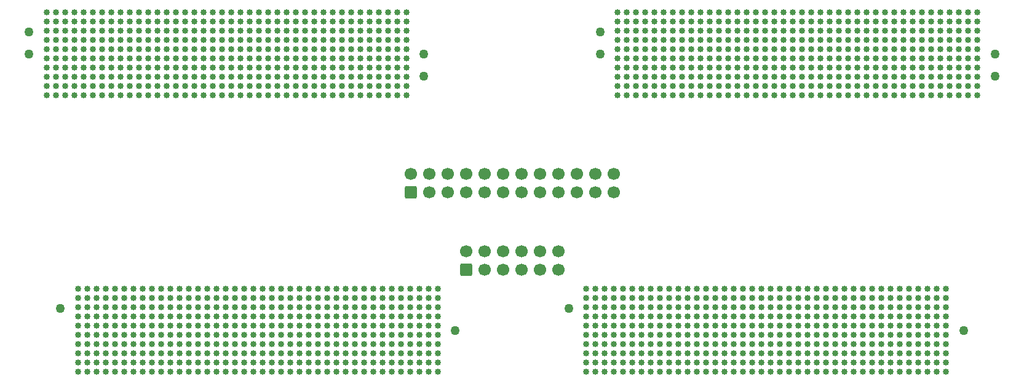
<source format=gbs>
G04 #@! TF.GenerationSoftware,KiCad,Pcbnew,7.0.10*
G04 #@! TF.CreationDate,2024-12-17T00:01:21-07:00*
G04 #@! TF.ProjectId,DRXDaughterboard,44525844-6175-4676-9874-6572626f6172,1.1*
G04 #@! TF.SameCoordinates,Original*
G04 #@! TF.FileFunction,Soldermask,Bot*
G04 #@! TF.FilePolarity,Negative*
%FSLAX46Y46*%
G04 Gerber Fmt 4.6, Leading zero omitted, Abs format (unit mm)*
G04 Created by KiCad (PCBNEW 7.0.10) date 2024-12-17 00:01:21*
%MOMM*%
%LPD*%
G01*
G04 APERTURE LIST*
G04 Aperture macros list*
%AMRoundRect*
0 Rectangle with rounded corners*
0 $1 Rounding radius*
0 $2 $3 $4 $5 $6 $7 $8 $9 X,Y pos of 4 corners*
0 Add a 4 corners polygon primitive as box body*
4,1,4,$2,$3,$4,$5,$6,$7,$8,$9,$2,$3,0*
0 Add four circle primitives for the rounded corners*
1,1,$1+$1,$2,$3*
1,1,$1+$1,$4,$5*
1,1,$1+$1,$6,$7*
1,1,$1+$1,$8,$9*
0 Add four rect primitives between the rounded corners*
20,1,$1+$1,$2,$3,$4,$5,0*
20,1,$1+$1,$4,$5,$6,$7,0*
20,1,$1+$1,$6,$7,$8,$9,0*
20,1,$1+$1,$8,$9,$2,$3,0*%
G04 Aperture macros list end*
%ADD10RoundRect,0.250000X0.600000X-0.600000X0.600000X0.600000X-0.600000X0.600000X-0.600000X-0.600000X0*%
%ADD11C,1.700000*%
%ADD12C,1.270000*%
%ADD13C,0.844000*%
G04 APERTURE END LIST*
D10*
X128294001Y-98117273D03*
D11*
X128294001Y-95577273D03*
X130834001Y-98117273D03*
X130834001Y-95577273D03*
X133374001Y-98117273D03*
X133374001Y-95577273D03*
X135914001Y-98117273D03*
X135914001Y-95577273D03*
X138454001Y-98117273D03*
X138454001Y-95577273D03*
X140994001Y-98117273D03*
X140994001Y-95577273D03*
X143534001Y-98117273D03*
X143534001Y-95577273D03*
X146074001Y-98117273D03*
X146074001Y-95577273D03*
X148614001Y-98117273D03*
X148614001Y-95577273D03*
X151154001Y-98117273D03*
X151154001Y-95577273D03*
X153694001Y-98117273D03*
X153694001Y-95577273D03*
X156234001Y-98117273D03*
X156234001Y-95577273D03*
D12*
X208710001Y-82126773D03*
X154329001Y-79076773D03*
D10*
X135914001Y-108794773D03*
D11*
X135914001Y-106254773D03*
X138454001Y-108794773D03*
X138454001Y-106254773D03*
X140994001Y-108794773D03*
X140994001Y-106254773D03*
X143534001Y-108794773D03*
X143534001Y-106254773D03*
X146074001Y-108794773D03*
X146074001Y-106254773D03*
X148614001Y-108794773D03*
X148614001Y-106254773D03*
D12*
X130094001Y-82126773D03*
X75713001Y-79076773D03*
X80020001Y-114126773D03*
X134402001Y-117176773D03*
D13*
X131976001Y-122891773D03*
X130706001Y-122891773D03*
X129436001Y-122891773D03*
X128166001Y-122891773D03*
X126896001Y-122891773D03*
X125626001Y-122891773D03*
X124356001Y-122891773D03*
X123086001Y-122891773D03*
X121816001Y-122891773D03*
X120546001Y-122891773D03*
X119276001Y-122891773D03*
X118006001Y-122891773D03*
X116736001Y-122891773D03*
X115466001Y-122891773D03*
X114196001Y-122891773D03*
X112926001Y-122891773D03*
X111656001Y-122891773D03*
X110386001Y-122891773D03*
X109116001Y-122891773D03*
X107846001Y-122891773D03*
X106576001Y-122891773D03*
X105306001Y-122891773D03*
X104036001Y-122891773D03*
X102766001Y-122891773D03*
X101496001Y-122891773D03*
X100226001Y-122891773D03*
X98956001Y-122891773D03*
X97686001Y-122891773D03*
X96416001Y-122891773D03*
X95146001Y-122891773D03*
X93876001Y-122891773D03*
X92606001Y-122891773D03*
X91336001Y-122891773D03*
X90066001Y-122891773D03*
X88796001Y-122891773D03*
X87526001Y-122891773D03*
X86256001Y-122891773D03*
X84986001Y-122891773D03*
X83716001Y-122891773D03*
X82446001Y-122891773D03*
X131976001Y-121621773D03*
X130706001Y-121621773D03*
X129436001Y-121621773D03*
X128166001Y-121621773D03*
X126896001Y-121621773D03*
X125626001Y-121621773D03*
X124356001Y-121621773D03*
X123086001Y-121621773D03*
X121816001Y-121621773D03*
X120546001Y-121621773D03*
X119276001Y-121621773D03*
X118006001Y-121621773D03*
X116736001Y-121621773D03*
X115466001Y-121621773D03*
X114196001Y-121621773D03*
X112926001Y-121621773D03*
X111656001Y-121621773D03*
X110386001Y-121621773D03*
X109116001Y-121621773D03*
X107846001Y-121621773D03*
X106576001Y-121621773D03*
X105306001Y-121621773D03*
X104036001Y-121621773D03*
X102766001Y-121621773D03*
X101496001Y-121621773D03*
X100226001Y-121621773D03*
X98956001Y-121621773D03*
X97686001Y-121621773D03*
X96416001Y-121621773D03*
X95146001Y-121621773D03*
X93876001Y-121621773D03*
X92606001Y-121621773D03*
X91336001Y-121621773D03*
X90066001Y-121621773D03*
X88796001Y-121621773D03*
X87526001Y-121621773D03*
X86256001Y-121621773D03*
X84986001Y-121621773D03*
X83716001Y-121621773D03*
X82446001Y-121621773D03*
X131976001Y-120351773D03*
X130706001Y-120351773D03*
X129436001Y-120351773D03*
X128166001Y-120351773D03*
X126896001Y-120351773D03*
X125626001Y-120351773D03*
X124356001Y-120351773D03*
X123086001Y-120351773D03*
X121816001Y-120351773D03*
X120546001Y-120351773D03*
X119276001Y-120351773D03*
X118006001Y-120351773D03*
X116736001Y-120351773D03*
X115466001Y-120351773D03*
X114196001Y-120351773D03*
X112926001Y-120351773D03*
X111656001Y-120351773D03*
X110386001Y-120351773D03*
X109116001Y-120351773D03*
X107846001Y-120351773D03*
X106576001Y-120351773D03*
X105306001Y-120351773D03*
X104036001Y-120351773D03*
X102766001Y-120351773D03*
X101496001Y-120351773D03*
X100226001Y-120351773D03*
X98956001Y-120351773D03*
X97686001Y-120351773D03*
X96416001Y-120351773D03*
X95146001Y-120351773D03*
X93876001Y-120351773D03*
X92606001Y-120351773D03*
X91336001Y-120351773D03*
X90066001Y-120351773D03*
X88796001Y-120351773D03*
X87526001Y-120351773D03*
X86256001Y-120351773D03*
X84986001Y-120351773D03*
X83716001Y-120351773D03*
X82446001Y-120351773D03*
X131976001Y-119081773D03*
X130706001Y-119081773D03*
X129436001Y-119081773D03*
X128166001Y-119081773D03*
X126896001Y-119081773D03*
X125626001Y-119081773D03*
X124356001Y-119081773D03*
X123086001Y-119081773D03*
X121816001Y-119081773D03*
X120546001Y-119081773D03*
X119276001Y-119081773D03*
X118006001Y-119081773D03*
X116736001Y-119081773D03*
X115466001Y-119081773D03*
X114196001Y-119081773D03*
X112926001Y-119081773D03*
X111656001Y-119081773D03*
X110386001Y-119081773D03*
X109116001Y-119081773D03*
X107846001Y-119081773D03*
X106576001Y-119081773D03*
X105306001Y-119081773D03*
X104036001Y-119081773D03*
X102766001Y-119081773D03*
X101496001Y-119081773D03*
X100226001Y-119081773D03*
X98956001Y-119081773D03*
X97686001Y-119081773D03*
X96416001Y-119081773D03*
X95146001Y-119081773D03*
X93876001Y-119081773D03*
X92606001Y-119081773D03*
X91336001Y-119081773D03*
X90066001Y-119081773D03*
X88796001Y-119081773D03*
X87526001Y-119081773D03*
X86256001Y-119081773D03*
X84986001Y-119081773D03*
X83716001Y-119081773D03*
X82446001Y-119081773D03*
X131976001Y-117811773D03*
X130706001Y-117811773D03*
X129436001Y-117811773D03*
X128166001Y-117811773D03*
X126896001Y-117811773D03*
X125626001Y-117811773D03*
X124356001Y-117811773D03*
X123086001Y-117811773D03*
X121816001Y-117811773D03*
X120546001Y-117811773D03*
X119276001Y-117811773D03*
X118006001Y-117811773D03*
X116736001Y-117811773D03*
X115466001Y-117811773D03*
X114196001Y-117811773D03*
X112926001Y-117811773D03*
X111656001Y-117811773D03*
X110386001Y-117811773D03*
X109116001Y-117811773D03*
X107846001Y-117811773D03*
X106576001Y-117811773D03*
X105306001Y-117811773D03*
X104036001Y-117811773D03*
X102766001Y-117811773D03*
X101496001Y-117811773D03*
X100226001Y-117811773D03*
X98956001Y-117811773D03*
X97686001Y-117811773D03*
X96416001Y-117811773D03*
X95146001Y-117811773D03*
X93876001Y-117811773D03*
X92606001Y-117811773D03*
X91336001Y-117811773D03*
X90066001Y-117811773D03*
X88796001Y-117811773D03*
X87526001Y-117811773D03*
X86256001Y-117811773D03*
X84986001Y-117811773D03*
X83716001Y-117811773D03*
X82446001Y-117811773D03*
X131976001Y-116541773D03*
X130706001Y-116541773D03*
X129436001Y-116541773D03*
X128166001Y-116541773D03*
X126896001Y-116541773D03*
X125626001Y-116541773D03*
X124356001Y-116541773D03*
X123086001Y-116541773D03*
X121816001Y-116541773D03*
X120546001Y-116541773D03*
X119276001Y-116541773D03*
X118006001Y-116541773D03*
X116736001Y-116541773D03*
X115466001Y-116541773D03*
X114196001Y-116541773D03*
X112926001Y-116541773D03*
X111656001Y-116541773D03*
X110386001Y-116541773D03*
X109116001Y-116541773D03*
X107846001Y-116541773D03*
X106576001Y-116541773D03*
X105306001Y-116541773D03*
X104036001Y-116541773D03*
X102766001Y-116541773D03*
X101496001Y-116541773D03*
X100226001Y-116541773D03*
X98956001Y-116541773D03*
X97686001Y-116541773D03*
X96416001Y-116541773D03*
X95146001Y-116541773D03*
X93876001Y-116541773D03*
X92606001Y-116541773D03*
X91336001Y-116541773D03*
X90066001Y-116541773D03*
X88796001Y-116541773D03*
X87526001Y-116541773D03*
X86256001Y-116541773D03*
X84986001Y-116541773D03*
X83716001Y-116541773D03*
X82446001Y-116541773D03*
X131976001Y-115271773D03*
X130706001Y-115271773D03*
X129436001Y-115271773D03*
X128166001Y-115271773D03*
X126896001Y-115271773D03*
X125626001Y-115271773D03*
X124356001Y-115271773D03*
X123086001Y-115271773D03*
X121816001Y-115271773D03*
X120546001Y-115271773D03*
X119276001Y-115271773D03*
X118006001Y-115271773D03*
X116736001Y-115271773D03*
X115466001Y-115271773D03*
X114196001Y-115271773D03*
X112926001Y-115271773D03*
X111656001Y-115271773D03*
X110386001Y-115271773D03*
X109116001Y-115271773D03*
X107846001Y-115271773D03*
X106576001Y-115271773D03*
X105306001Y-115271773D03*
X104036001Y-115271773D03*
X102766001Y-115271773D03*
X101496001Y-115271773D03*
X100226001Y-115271773D03*
X98956001Y-115271773D03*
X97686001Y-115271773D03*
X96416001Y-115271773D03*
X95146001Y-115271773D03*
X93876001Y-115271773D03*
X92606001Y-115271773D03*
X91336001Y-115271773D03*
X90066001Y-115271773D03*
X88796001Y-115271773D03*
X87526001Y-115271773D03*
X86256001Y-115271773D03*
X84986001Y-115271773D03*
X83716001Y-115271773D03*
X82446001Y-115271773D03*
X131976001Y-114001773D03*
X130706001Y-114001773D03*
X129436001Y-114001773D03*
X128166001Y-114001773D03*
X126896001Y-114001773D03*
X125626001Y-114001773D03*
X124356001Y-114001773D03*
X123086001Y-114001773D03*
X121816001Y-114001773D03*
X120546001Y-114001773D03*
X119276001Y-114001773D03*
X118006001Y-114001773D03*
X116736001Y-114001773D03*
X115466001Y-114001773D03*
X114196001Y-114001773D03*
X112926001Y-114001773D03*
X111656001Y-114001773D03*
X110386001Y-114001773D03*
X109116001Y-114001773D03*
X107846001Y-114001773D03*
X106576001Y-114001773D03*
X105306001Y-114001773D03*
X104036001Y-114001773D03*
X102766001Y-114001773D03*
X101496001Y-114001773D03*
X100226001Y-114001773D03*
X98956001Y-114001773D03*
X97686001Y-114001773D03*
X96416001Y-114001773D03*
X95146001Y-114001773D03*
X93876001Y-114001773D03*
X92606001Y-114001773D03*
X91336001Y-114001773D03*
X90066001Y-114001773D03*
X88796001Y-114001773D03*
X87526001Y-114001773D03*
X86256001Y-114001773D03*
X84986001Y-114001773D03*
X83716001Y-114001773D03*
X82446001Y-114001773D03*
X131976001Y-112731773D03*
X130706001Y-112731773D03*
X129436001Y-112731773D03*
X128166001Y-112731773D03*
X126896001Y-112731773D03*
X125626001Y-112731773D03*
X124356001Y-112731773D03*
X123086001Y-112731773D03*
X121816001Y-112731773D03*
X120546001Y-112731773D03*
X119276001Y-112731773D03*
X118006001Y-112731773D03*
X116736001Y-112731773D03*
X115466001Y-112731773D03*
X114196001Y-112731773D03*
X112926001Y-112731773D03*
X111656001Y-112731773D03*
X110386001Y-112731773D03*
X109116001Y-112731773D03*
X107846001Y-112731773D03*
X106576001Y-112731773D03*
X105306001Y-112731773D03*
X104036001Y-112731773D03*
X102766001Y-112731773D03*
X101496001Y-112731773D03*
X100226001Y-112731773D03*
X98956001Y-112731773D03*
X97686001Y-112731773D03*
X96416001Y-112731773D03*
X95146001Y-112731773D03*
X93876001Y-112731773D03*
X92606001Y-112731773D03*
X91336001Y-112731773D03*
X90066001Y-112731773D03*
X88796001Y-112731773D03*
X87526001Y-112731773D03*
X86256001Y-112731773D03*
X84986001Y-112731773D03*
X83716001Y-112731773D03*
X82446001Y-112731773D03*
X131976001Y-111461773D03*
X130706001Y-111461773D03*
X129436001Y-111461773D03*
X128166001Y-111461773D03*
X126896001Y-111461773D03*
X125626001Y-111461773D03*
X124356001Y-111461773D03*
X123086001Y-111461773D03*
X121816001Y-111461773D03*
X120546001Y-111461773D03*
X119276001Y-111461773D03*
X118006001Y-111461773D03*
X116736001Y-111461773D03*
X115466001Y-111461773D03*
X114196001Y-111461773D03*
X112926001Y-111461773D03*
X111656001Y-111461773D03*
X110386001Y-111461773D03*
X109116001Y-111461773D03*
X107846001Y-111461773D03*
X106576001Y-111461773D03*
X105306001Y-111461773D03*
X104036001Y-111461773D03*
X102766001Y-111461773D03*
X101496001Y-111461773D03*
X100226001Y-111461773D03*
X98956001Y-111461773D03*
X97686001Y-111461773D03*
X96416001Y-111461773D03*
X95146001Y-111461773D03*
X93876001Y-111461773D03*
X92606001Y-111461773D03*
X91336001Y-111461773D03*
X90066001Y-111461773D03*
X88796001Y-111461773D03*
X87526001Y-111461773D03*
X86256001Y-111461773D03*
X84986001Y-111461773D03*
X83716001Y-111461773D03*
X82446001Y-111461773D03*
D12*
X150022001Y-114126773D03*
X204404001Y-117176773D03*
D13*
X201978001Y-122891773D03*
X200708001Y-122891773D03*
X199438001Y-122891773D03*
X198168001Y-122891773D03*
X196898001Y-122891773D03*
X195628001Y-122891773D03*
X194358001Y-122891773D03*
X193088001Y-122891773D03*
X191818001Y-122891773D03*
X190548001Y-122891773D03*
X189278001Y-122891773D03*
X188008001Y-122891773D03*
X186738001Y-122891773D03*
X185468001Y-122891773D03*
X184198001Y-122891773D03*
X182928001Y-122891773D03*
X181658001Y-122891773D03*
X180388001Y-122891773D03*
X179118001Y-122891773D03*
X177848001Y-122891773D03*
X176578001Y-122891773D03*
X175308001Y-122891773D03*
X174038001Y-122891773D03*
X172768001Y-122891773D03*
X171498001Y-122891773D03*
X170228001Y-122891773D03*
X168958001Y-122891773D03*
X167688001Y-122891773D03*
X166418001Y-122891773D03*
X165148001Y-122891773D03*
X163878001Y-122891773D03*
X162608001Y-122891773D03*
X161338001Y-122891773D03*
X160068001Y-122891773D03*
X158798001Y-122891773D03*
X157528001Y-122891773D03*
X156258001Y-122891773D03*
X154988001Y-122891773D03*
X153718001Y-122891773D03*
X152448001Y-122891773D03*
X201978001Y-121621773D03*
X200708001Y-121621773D03*
X199438001Y-121621773D03*
X198168001Y-121621773D03*
X196898001Y-121621773D03*
X195628001Y-121621773D03*
X194358001Y-121621773D03*
X193088001Y-121621773D03*
X191818001Y-121621773D03*
X190548001Y-121621773D03*
X189278001Y-121621773D03*
X188008001Y-121621773D03*
X186738001Y-121621773D03*
X185468001Y-121621773D03*
X184198001Y-121621773D03*
X182928001Y-121621773D03*
X181658001Y-121621773D03*
X180388001Y-121621773D03*
X179118001Y-121621773D03*
X177848001Y-121621773D03*
X176578001Y-121621773D03*
X175308001Y-121621773D03*
X174038001Y-121621773D03*
X172768001Y-121621773D03*
X171498001Y-121621773D03*
X170228001Y-121621773D03*
X168958001Y-121621773D03*
X167688001Y-121621773D03*
X166418001Y-121621773D03*
X165148001Y-121621773D03*
X163878001Y-121621773D03*
X162608001Y-121621773D03*
X161338001Y-121621773D03*
X160068001Y-121621773D03*
X158798001Y-121621773D03*
X157528001Y-121621773D03*
X156258001Y-121621773D03*
X154988001Y-121621773D03*
X153718001Y-121621773D03*
X152448001Y-121621773D03*
X201978001Y-120351773D03*
X200708001Y-120351773D03*
X199438001Y-120351773D03*
X198168001Y-120351773D03*
X196898001Y-120351773D03*
X195628001Y-120351773D03*
X194358001Y-120351773D03*
X193088001Y-120351773D03*
X191818001Y-120351773D03*
X190548001Y-120351773D03*
X189278001Y-120351773D03*
X188008001Y-120351773D03*
X186738001Y-120351773D03*
X185468001Y-120351773D03*
X184198001Y-120351773D03*
X182928001Y-120351773D03*
X181658001Y-120351773D03*
X180388001Y-120351773D03*
X179118001Y-120351773D03*
X177848001Y-120351773D03*
X176578001Y-120351773D03*
X175308001Y-120351773D03*
X174038001Y-120351773D03*
X172768001Y-120351773D03*
X171498001Y-120351773D03*
X170228001Y-120351773D03*
X168958001Y-120351773D03*
X167688001Y-120351773D03*
X166418001Y-120351773D03*
X165148001Y-120351773D03*
X163878001Y-120351773D03*
X162608001Y-120351773D03*
X161338001Y-120351773D03*
X160068001Y-120351773D03*
X158798001Y-120351773D03*
X157528001Y-120351773D03*
X156258001Y-120351773D03*
X154988001Y-120351773D03*
X153718001Y-120351773D03*
X152448001Y-120351773D03*
X201978001Y-119081773D03*
X200708001Y-119081773D03*
X199438001Y-119081773D03*
X198168001Y-119081773D03*
X196898001Y-119081773D03*
X195628001Y-119081773D03*
X194358001Y-119081773D03*
X193088001Y-119081773D03*
X191818001Y-119081773D03*
X190548001Y-119081773D03*
X189278001Y-119081773D03*
X188008001Y-119081773D03*
X186738001Y-119081773D03*
X185468001Y-119081773D03*
X184198001Y-119081773D03*
X182928001Y-119081773D03*
X181658001Y-119081773D03*
X180388001Y-119081773D03*
X179118001Y-119081773D03*
X177848001Y-119081773D03*
X176578001Y-119081773D03*
X175308001Y-119081773D03*
X174038001Y-119081773D03*
X172768001Y-119081773D03*
X171498001Y-119081773D03*
X170228001Y-119081773D03*
X168958001Y-119081773D03*
X167688001Y-119081773D03*
X166418001Y-119081773D03*
X165148001Y-119081773D03*
X163878001Y-119081773D03*
X162608001Y-119081773D03*
X161338001Y-119081773D03*
X160068001Y-119081773D03*
X158798001Y-119081773D03*
X157528001Y-119081773D03*
X156258001Y-119081773D03*
X154988001Y-119081773D03*
X153718001Y-119081773D03*
X152448001Y-119081773D03*
X201978001Y-117811773D03*
X200708001Y-117811773D03*
X199438001Y-117811773D03*
X198168001Y-117811773D03*
X196898001Y-117811773D03*
X195628001Y-117811773D03*
X194358001Y-117811773D03*
X193088001Y-117811773D03*
X191818001Y-117811773D03*
X190548001Y-117811773D03*
X189278001Y-117811773D03*
X188008001Y-117811773D03*
X186738001Y-117811773D03*
X185468001Y-117811773D03*
X184198001Y-117811773D03*
X182928001Y-117811773D03*
X181658001Y-117811773D03*
X180388001Y-117811773D03*
X179118001Y-117811773D03*
X177848001Y-117811773D03*
X176578001Y-117811773D03*
X175308001Y-117811773D03*
X174038001Y-117811773D03*
X172768001Y-117811773D03*
X171498001Y-117811773D03*
X170228001Y-117811773D03*
X168958001Y-117811773D03*
X167688001Y-117811773D03*
X166418001Y-117811773D03*
X165148001Y-117811773D03*
X163878001Y-117811773D03*
X162608001Y-117811773D03*
X161338001Y-117811773D03*
X160068001Y-117811773D03*
X158798001Y-117811773D03*
X157528001Y-117811773D03*
X156258001Y-117811773D03*
X154988001Y-117811773D03*
X153718001Y-117811773D03*
X152448001Y-117811773D03*
X201978001Y-116541773D03*
X200708001Y-116541773D03*
X199438001Y-116541773D03*
X198168001Y-116541773D03*
X196898001Y-116541773D03*
X195628001Y-116541773D03*
X194358001Y-116541773D03*
X193088001Y-116541773D03*
X191818001Y-116541773D03*
X190548001Y-116541773D03*
X189278001Y-116541773D03*
X188008001Y-116541773D03*
X186738001Y-116541773D03*
X185468001Y-116541773D03*
X184198001Y-116541773D03*
X182928001Y-116541773D03*
X181658001Y-116541773D03*
X180388001Y-116541773D03*
X179118001Y-116541773D03*
X177848001Y-116541773D03*
X176578001Y-116541773D03*
X175308001Y-116541773D03*
X174038001Y-116541773D03*
X172768001Y-116541773D03*
X171498001Y-116541773D03*
X170228001Y-116541773D03*
X168958001Y-116541773D03*
X167688001Y-116541773D03*
X166418001Y-116541773D03*
X165148001Y-116541773D03*
X163878001Y-116541773D03*
X162608001Y-116541773D03*
X161338001Y-116541773D03*
X160068001Y-116541773D03*
X158798001Y-116541773D03*
X157528001Y-116541773D03*
X156258001Y-116541773D03*
X154988001Y-116541773D03*
X153718001Y-116541773D03*
X152448001Y-116541773D03*
X201978001Y-115271773D03*
X200708001Y-115271773D03*
X199438001Y-115271773D03*
X198168001Y-115271773D03*
X196898001Y-115271773D03*
X195628001Y-115271773D03*
X194358001Y-115271773D03*
X193088001Y-115271773D03*
X191818001Y-115271773D03*
X190548001Y-115271773D03*
X189278001Y-115271773D03*
X188008001Y-115271773D03*
X186738001Y-115271773D03*
X185468001Y-115271773D03*
X184198001Y-115271773D03*
X182928001Y-115271773D03*
X181658001Y-115271773D03*
X180388001Y-115271773D03*
X179118001Y-115271773D03*
X177848001Y-115271773D03*
X176578001Y-115271773D03*
X175308001Y-115271773D03*
X174038001Y-115271773D03*
X172768001Y-115271773D03*
X171498001Y-115271773D03*
X170228001Y-115271773D03*
X168958001Y-115271773D03*
X167688001Y-115271773D03*
X166418001Y-115271773D03*
X165148001Y-115271773D03*
X163878001Y-115271773D03*
X162608001Y-115271773D03*
X161338001Y-115271773D03*
X160068001Y-115271773D03*
X158798001Y-115271773D03*
X157528001Y-115271773D03*
X156258001Y-115271773D03*
X154988001Y-115271773D03*
X153718001Y-115271773D03*
X152448001Y-115271773D03*
X201978001Y-114001773D03*
X200708001Y-114001773D03*
X199438001Y-114001773D03*
X198168001Y-114001773D03*
X196898001Y-114001773D03*
X195628001Y-114001773D03*
X194358001Y-114001773D03*
X193088001Y-114001773D03*
X191818001Y-114001773D03*
X190548001Y-114001773D03*
X189278001Y-114001773D03*
X188008001Y-114001773D03*
X186738001Y-114001773D03*
X185468001Y-114001773D03*
X184198001Y-114001773D03*
X182928001Y-114001773D03*
X181658001Y-114001773D03*
X180388001Y-114001773D03*
X179118001Y-114001773D03*
X177848001Y-114001773D03*
X176578001Y-114001773D03*
X175308001Y-114001773D03*
X174038001Y-114001773D03*
X172768001Y-114001773D03*
X171498001Y-114001773D03*
X170228001Y-114001773D03*
X168958001Y-114001773D03*
X167688001Y-114001773D03*
X166418001Y-114001773D03*
X165148001Y-114001773D03*
X163878001Y-114001773D03*
X162608001Y-114001773D03*
X161338001Y-114001773D03*
X160068001Y-114001773D03*
X158798001Y-114001773D03*
X157528001Y-114001773D03*
X156258001Y-114001773D03*
X154988001Y-114001773D03*
X153718001Y-114001773D03*
X152448001Y-114001773D03*
X201978001Y-112731773D03*
X200708001Y-112731773D03*
X199438001Y-112731773D03*
X198168001Y-112731773D03*
X196898001Y-112731773D03*
X195628001Y-112731773D03*
X194358001Y-112731773D03*
X193088001Y-112731773D03*
X191818001Y-112731773D03*
X190548001Y-112731773D03*
X189278001Y-112731773D03*
X188008001Y-112731773D03*
X186738001Y-112731773D03*
X185468001Y-112731773D03*
X184198001Y-112731773D03*
X182928001Y-112731773D03*
X181658001Y-112731773D03*
X180388001Y-112731773D03*
X179118001Y-112731773D03*
X177848001Y-112731773D03*
X176578001Y-112731773D03*
X175308001Y-112731773D03*
X174038001Y-112731773D03*
X172768001Y-112731773D03*
X171498001Y-112731773D03*
X170228001Y-112731773D03*
X168958001Y-112731773D03*
X167688001Y-112731773D03*
X166418001Y-112731773D03*
X165148001Y-112731773D03*
X163878001Y-112731773D03*
X162608001Y-112731773D03*
X161338001Y-112731773D03*
X160068001Y-112731773D03*
X158798001Y-112731773D03*
X157528001Y-112731773D03*
X156258001Y-112731773D03*
X154988001Y-112731773D03*
X153718001Y-112731773D03*
X152448001Y-112731773D03*
X201978001Y-111461773D03*
X200708001Y-111461773D03*
X199438001Y-111461773D03*
X198168001Y-111461773D03*
X196898001Y-111461773D03*
X195628001Y-111461773D03*
X194358001Y-111461773D03*
X193088001Y-111461773D03*
X191818001Y-111461773D03*
X190548001Y-111461773D03*
X189278001Y-111461773D03*
X188008001Y-111461773D03*
X186738001Y-111461773D03*
X185468001Y-111461773D03*
X184198001Y-111461773D03*
X182928001Y-111461773D03*
X181658001Y-111461773D03*
X180388001Y-111461773D03*
X179118001Y-111461773D03*
X177848001Y-111461773D03*
X176578001Y-111461773D03*
X175308001Y-111461773D03*
X174038001Y-111461773D03*
X172768001Y-111461773D03*
X171498001Y-111461773D03*
X170228001Y-111461773D03*
X168958001Y-111461773D03*
X167688001Y-111461773D03*
X166418001Y-111461773D03*
X165148001Y-111461773D03*
X163878001Y-111461773D03*
X162608001Y-111461773D03*
X161338001Y-111461773D03*
X160068001Y-111461773D03*
X158798001Y-111461773D03*
X157528001Y-111461773D03*
X156258001Y-111461773D03*
X154988001Y-111461773D03*
X153718001Y-111461773D03*
X152448001Y-111461773D03*
D12*
X154329001Y-76026773D03*
X208711001Y-79076773D03*
D13*
X206285001Y-84791773D03*
X205015001Y-84791773D03*
X203745001Y-84791773D03*
X202475001Y-84791773D03*
X201205001Y-84791773D03*
X199935001Y-84791773D03*
X198665001Y-84791773D03*
X197395001Y-84791773D03*
X196125001Y-84791773D03*
X194855001Y-84791773D03*
X193585001Y-84791773D03*
X192315001Y-84791773D03*
X191045001Y-84791773D03*
X189775001Y-84791773D03*
X188505001Y-84791773D03*
X187235001Y-84791773D03*
X185965001Y-84791773D03*
X184695001Y-84791773D03*
X183425001Y-84791773D03*
X182155001Y-84791773D03*
X180885001Y-84791773D03*
X179615001Y-84791773D03*
X178345001Y-84791773D03*
X177075001Y-84791773D03*
X175805001Y-84791773D03*
X174535001Y-84791773D03*
X173265001Y-84791773D03*
X171995001Y-84791773D03*
X170725001Y-84791773D03*
X169455001Y-84791773D03*
X168185001Y-84791773D03*
X166915001Y-84791773D03*
X165645001Y-84791773D03*
X164375001Y-84791773D03*
X163105001Y-84791773D03*
X161835001Y-84791773D03*
X160565001Y-84791773D03*
X159295001Y-84791773D03*
X158025001Y-84791773D03*
X156755001Y-84791773D03*
X206285001Y-83521773D03*
X205015001Y-83521773D03*
X203745001Y-83521773D03*
X202475001Y-83521773D03*
X201205001Y-83521773D03*
X199935001Y-83521773D03*
X198665001Y-83521773D03*
X197395001Y-83521773D03*
X196125001Y-83521773D03*
X194855001Y-83521773D03*
X193585001Y-83521773D03*
X192315001Y-83521773D03*
X191045001Y-83521773D03*
X189775001Y-83521773D03*
X188505001Y-83521773D03*
X187235001Y-83521773D03*
X185965001Y-83521773D03*
X184695001Y-83521773D03*
X183425001Y-83521773D03*
X182155001Y-83521773D03*
X180885001Y-83521773D03*
X179615001Y-83521773D03*
X178345001Y-83521773D03*
X177075001Y-83521773D03*
X175805001Y-83521773D03*
X174535001Y-83521773D03*
X173265001Y-83521773D03*
X171995001Y-83521773D03*
X170725001Y-83521773D03*
X169455001Y-83521773D03*
X168185001Y-83521773D03*
X166915001Y-83521773D03*
X165645001Y-83521773D03*
X164375001Y-83521773D03*
X163105001Y-83521773D03*
X161835001Y-83521773D03*
X160565001Y-83521773D03*
X159295001Y-83521773D03*
X158025001Y-83521773D03*
X156755001Y-83521773D03*
X206285001Y-82251773D03*
X205015001Y-82251773D03*
X203745001Y-82251773D03*
X202475001Y-82251773D03*
X201205001Y-82251773D03*
X199935001Y-82251773D03*
X198665001Y-82251773D03*
X197395001Y-82251773D03*
X196125001Y-82251773D03*
X194855001Y-82251773D03*
X193585001Y-82251773D03*
X192315001Y-82251773D03*
X191045001Y-82251773D03*
X189775001Y-82251773D03*
X188505001Y-82251773D03*
X187235001Y-82251773D03*
X185965001Y-82251773D03*
X184695001Y-82251773D03*
X183425001Y-82251773D03*
X182155001Y-82251773D03*
X180885001Y-82251773D03*
X179615001Y-82251773D03*
X178345001Y-82251773D03*
X177075001Y-82251773D03*
X175805001Y-82251773D03*
X174535001Y-82251773D03*
X173265001Y-82251773D03*
X171995001Y-82251773D03*
X170725001Y-82251773D03*
X169455001Y-82251773D03*
X168185001Y-82251773D03*
X166915001Y-82251773D03*
X165645001Y-82251773D03*
X164375001Y-82251773D03*
X163105001Y-82251773D03*
X161835001Y-82251773D03*
X160565001Y-82251773D03*
X159295001Y-82251773D03*
X158025001Y-82251773D03*
X156755001Y-82251773D03*
X206285001Y-80981773D03*
X205015001Y-80981773D03*
X203745001Y-80981773D03*
X202475001Y-80981773D03*
X201205001Y-80981773D03*
X199935001Y-80981773D03*
X198665001Y-80981773D03*
X197395001Y-80981773D03*
X196125001Y-80981773D03*
X194855001Y-80981773D03*
X193585001Y-80981773D03*
X192315001Y-80981773D03*
X191045001Y-80981773D03*
X189775001Y-80981773D03*
X188505001Y-80981773D03*
X187235001Y-80981773D03*
X185965001Y-80981773D03*
X184695001Y-80981773D03*
X183425001Y-80981773D03*
X182155001Y-80981773D03*
X180885001Y-80981773D03*
X179615001Y-80981773D03*
X178345001Y-80981773D03*
X177075001Y-80981773D03*
X175805001Y-80981773D03*
X174535001Y-80981773D03*
X173265001Y-80981773D03*
X171995001Y-80981773D03*
X170725001Y-80981773D03*
X169455001Y-80981773D03*
X168185001Y-80981773D03*
X166915001Y-80981773D03*
X165645001Y-80981773D03*
X164375001Y-80981773D03*
X163105001Y-80981773D03*
X161835001Y-80981773D03*
X160565001Y-80981773D03*
X159295001Y-80981773D03*
X158025001Y-80981773D03*
X156755001Y-80981773D03*
X206285001Y-79711773D03*
X205015001Y-79711773D03*
X203745001Y-79711773D03*
X202475001Y-79711773D03*
X201205001Y-79711773D03*
X199935001Y-79711773D03*
X198665001Y-79711773D03*
X197395001Y-79711773D03*
X196125001Y-79711773D03*
X194855001Y-79711773D03*
X193585001Y-79711773D03*
X192315001Y-79711773D03*
X191045001Y-79711773D03*
X189775001Y-79711773D03*
X188505001Y-79711773D03*
X187235001Y-79711773D03*
X185965001Y-79711773D03*
X184695001Y-79711773D03*
X183425001Y-79711773D03*
X182155001Y-79711773D03*
X180885001Y-79711773D03*
X179615001Y-79711773D03*
X178345001Y-79711773D03*
X177075001Y-79711773D03*
X175805001Y-79711773D03*
X174535001Y-79711773D03*
X173265001Y-79711773D03*
X171995001Y-79711773D03*
X170725001Y-79711773D03*
X169455001Y-79711773D03*
X168185001Y-79711773D03*
X166915001Y-79711773D03*
X165645001Y-79711773D03*
X164375001Y-79711773D03*
X163105001Y-79711773D03*
X161835001Y-79711773D03*
X160565001Y-79711773D03*
X159295001Y-79711773D03*
X158025001Y-79711773D03*
X156755001Y-79711773D03*
X206285001Y-78441773D03*
X205015001Y-78441773D03*
X203745001Y-78441773D03*
X202475001Y-78441773D03*
X201205001Y-78441773D03*
X199935001Y-78441773D03*
X198665001Y-78441773D03*
X197395001Y-78441773D03*
X196125001Y-78441773D03*
X194855001Y-78441773D03*
X193585001Y-78441773D03*
X192315001Y-78441773D03*
X191045001Y-78441773D03*
X189775001Y-78441773D03*
X188505001Y-78441773D03*
X187235001Y-78441773D03*
X185965001Y-78441773D03*
X184695001Y-78441773D03*
X183425001Y-78441773D03*
X182155001Y-78441773D03*
X180885001Y-78441773D03*
X179615001Y-78441773D03*
X178345001Y-78441773D03*
X177075001Y-78441773D03*
X175805001Y-78441773D03*
X174535001Y-78441773D03*
X173265001Y-78441773D03*
X171995001Y-78441773D03*
X170725001Y-78441773D03*
X169455001Y-78441773D03*
X168185001Y-78441773D03*
X166915001Y-78441773D03*
X165645001Y-78441773D03*
X164375001Y-78441773D03*
X163105001Y-78441773D03*
X161835001Y-78441773D03*
X160565001Y-78441773D03*
X159295001Y-78441773D03*
X158025001Y-78441773D03*
X156755001Y-78441773D03*
X206285001Y-77171773D03*
X205015001Y-77171773D03*
X203745001Y-77171773D03*
X202475001Y-77171773D03*
X201205001Y-77171773D03*
X199935001Y-77171773D03*
X198665001Y-77171773D03*
X197395001Y-77171773D03*
X196125001Y-77171773D03*
X194855001Y-77171773D03*
X193585001Y-77171773D03*
X192315001Y-77171773D03*
X191045001Y-77171773D03*
X189775001Y-77171773D03*
X188505001Y-77171773D03*
X187235001Y-77171773D03*
X185965001Y-77171773D03*
X184695001Y-77171773D03*
X183425001Y-77171773D03*
X182155001Y-77171773D03*
X180885001Y-77171773D03*
X179615001Y-77171773D03*
X178345001Y-77171773D03*
X177075001Y-77171773D03*
X175805001Y-77171773D03*
X174535001Y-77171773D03*
X173265001Y-77171773D03*
X171995001Y-77171773D03*
X170725001Y-77171773D03*
X169455001Y-77171773D03*
X168185001Y-77171773D03*
X166915001Y-77171773D03*
X165645001Y-77171773D03*
X164375001Y-77171773D03*
X163105001Y-77171773D03*
X161835001Y-77171773D03*
X160565001Y-77171773D03*
X159295001Y-77171773D03*
X158025001Y-77171773D03*
X156755001Y-77171773D03*
X206285001Y-75901773D03*
X205015001Y-75901773D03*
X203745001Y-75901773D03*
X202475001Y-75901773D03*
X201205001Y-75901773D03*
X199935001Y-75901773D03*
X198665001Y-75901773D03*
X197395001Y-75901773D03*
X196125001Y-75901773D03*
X194855001Y-75901773D03*
X193585001Y-75901773D03*
X192315001Y-75901773D03*
X191045001Y-75901773D03*
X189775001Y-75901773D03*
X188505001Y-75901773D03*
X187235001Y-75901773D03*
X185965001Y-75901773D03*
X184695001Y-75901773D03*
X183425001Y-75901773D03*
X182155001Y-75901773D03*
X180885001Y-75901773D03*
X179615001Y-75901773D03*
X178345001Y-75901773D03*
X177075001Y-75901773D03*
X175805001Y-75901773D03*
X174535001Y-75901773D03*
X173265001Y-75901773D03*
X171995001Y-75901773D03*
X170725001Y-75901773D03*
X169455001Y-75901773D03*
X168185001Y-75901773D03*
X166915001Y-75901773D03*
X165645001Y-75901773D03*
X164375001Y-75901773D03*
X163105001Y-75901773D03*
X161835001Y-75901773D03*
X160565001Y-75901773D03*
X159295001Y-75901773D03*
X158025001Y-75901773D03*
X156755001Y-75901773D03*
X206285001Y-74631773D03*
X205015001Y-74631773D03*
X203745001Y-74631773D03*
X202475001Y-74631773D03*
X201205001Y-74631773D03*
X199935001Y-74631773D03*
X198665001Y-74631773D03*
X197395001Y-74631773D03*
X196125001Y-74631773D03*
X194855001Y-74631773D03*
X193585001Y-74631773D03*
X192315001Y-74631773D03*
X191045001Y-74631773D03*
X189775001Y-74631773D03*
X188505001Y-74631773D03*
X187235001Y-74631773D03*
X185965001Y-74631773D03*
X184695001Y-74631773D03*
X183425001Y-74631773D03*
X182155001Y-74631773D03*
X180885001Y-74631773D03*
X179615001Y-74631773D03*
X178345001Y-74631773D03*
X177075001Y-74631773D03*
X175805001Y-74631773D03*
X174535001Y-74631773D03*
X173265001Y-74631773D03*
X171995001Y-74631773D03*
X170725001Y-74631773D03*
X169455001Y-74631773D03*
X168185001Y-74631773D03*
X166915001Y-74631773D03*
X165645001Y-74631773D03*
X164375001Y-74631773D03*
X163105001Y-74631773D03*
X161835001Y-74631773D03*
X160565001Y-74631773D03*
X159295001Y-74631773D03*
X158025001Y-74631773D03*
X156755001Y-74631773D03*
X206285001Y-73361773D03*
X205015001Y-73361773D03*
X203745001Y-73361773D03*
X202475001Y-73361773D03*
X201205001Y-73361773D03*
X199935001Y-73361773D03*
X198665001Y-73361773D03*
X197395001Y-73361773D03*
X196125001Y-73361773D03*
X194855001Y-73361773D03*
X193585001Y-73361773D03*
X192315001Y-73361773D03*
X191045001Y-73361773D03*
X189775001Y-73361773D03*
X188505001Y-73361773D03*
X187235001Y-73361773D03*
X185965001Y-73361773D03*
X184695001Y-73361773D03*
X183425001Y-73361773D03*
X182155001Y-73361773D03*
X180885001Y-73361773D03*
X179615001Y-73361773D03*
X178345001Y-73361773D03*
X177075001Y-73361773D03*
X175805001Y-73361773D03*
X174535001Y-73361773D03*
X173265001Y-73361773D03*
X171995001Y-73361773D03*
X170725001Y-73361773D03*
X169455001Y-73361773D03*
X168185001Y-73361773D03*
X166915001Y-73361773D03*
X165645001Y-73361773D03*
X164375001Y-73361773D03*
X163105001Y-73361773D03*
X161835001Y-73361773D03*
X160565001Y-73361773D03*
X159295001Y-73361773D03*
X158025001Y-73361773D03*
X156755001Y-73361773D03*
D12*
X75713001Y-76026773D03*
X130095001Y-79076773D03*
D13*
X127669001Y-84791773D03*
X126399001Y-84791773D03*
X125129001Y-84791773D03*
X123859001Y-84791773D03*
X122589001Y-84791773D03*
X121319001Y-84791773D03*
X120049001Y-84791773D03*
X118779001Y-84791773D03*
X117509001Y-84791773D03*
X116239001Y-84791773D03*
X114969001Y-84791773D03*
X113699001Y-84791773D03*
X112429001Y-84791773D03*
X111159001Y-84791773D03*
X109889001Y-84791773D03*
X108619001Y-84791773D03*
X107349001Y-84791773D03*
X106079001Y-84791773D03*
X104809001Y-84791773D03*
X103539001Y-84791773D03*
X102269001Y-84791773D03*
X100999001Y-84791773D03*
X99729001Y-84791773D03*
X98459001Y-84791773D03*
X97189001Y-84791773D03*
X95919001Y-84791773D03*
X94649001Y-84791773D03*
X93379001Y-84791773D03*
X92109001Y-84791773D03*
X90839001Y-84791773D03*
X89569001Y-84791773D03*
X88299001Y-84791773D03*
X87029001Y-84791773D03*
X85759001Y-84791773D03*
X84489001Y-84791773D03*
X83219001Y-84791773D03*
X81949001Y-84791773D03*
X80679001Y-84791773D03*
X79409001Y-84791773D03*
X78139001Y-84791773D03*
X127669001Y-83521773D03*
X126399001Y-83521773D03*
X125129001Y-83521773D03*
X123859001Y-83521773D03*
X122589001Y-83521773D03*
X121319001Y-83521773D03*
X120049001Y-83521773D03*
X118779001Y-83521773D03*
X117509001Y-83521773D03*
X116239001Y-83521773D03*
X114969001Y-83521773D03*
X113699001Y-83521773D03*
X112429001Y-83521773D03*
X111159001Y-83521773D03*
X109889001Y-83521773D03*
X108619001Y-83521773D03*
X107349001Y-83521773D03*
X106079001Y-83521773D03*
X104809001Y-83521773D03*
X103539001Y-83521773D03*
X102269001Y-83521773D03*
X100999001Y-83521773D03*
X99729001Y-83521773D03*
X98459001Y-83521773D03*
X97189001Y-83521773D03*
X95919001Y-83521773D03*
X94649001Y-83521773D03*
X93379001Y-83521773D03*
X92109001Y-83521773D03*
X90839001Y-83521773D03*
X89569001Y-83521773D03*
X88299001Y-83521773D03*
X87029001Y-83521773D03*
X85759001Y-83521773D03*
X84489001Y-83521773D03*
X83219001Y-83521773D03*
X81949001Y-83521773D03*
X80679001Y-83521773D03*
X79409001Y-83521773D03*
X78139001Y-83521773D03*
X127669001Y-82251773D03*
X126399001Y-82251773D03*
X125129001Y-82251773D03*
X123859001Y-82251773D03*
X122589001Y-82251773D03*
X121319001Y-82251773D03*
X120049001Y-82251773D03*
X118779001Y-82251773D03*
X117509001Y-82251773D03*
X116239001Y-82251773D03*
X114969001Y-82251773D03*
X113699001Y-82251773D03*
X112429001Y-82251773D03*
X111159001Y-82251773D03*
X109889001Y-82251773D03*
X108619001Y-82251773D03*
X107349001Y-82251773D03*
X106079001Y-82251773D03*
X104809001Y-82251773D03*
X103539001Y-82251773D03*
X102269001Y-82251773D03*
X100999001Y-82251773D03*
X99729001Y-82251773D03*
X98459001Y-82251773D03*
X97189001Y-82251773D03*
X95919001Y-82251773D03*
X94649001Y-82251773D03*
X93379001Y-82251773D03*
X92109001Y-82251773D03*
X90839001Y-82251773D03*
X89569001Y-82251773D03*
X88299001Y-82251773D03*
X87029001Y-82251773D03*
X85759001Y-82251773D03*
X84489001Y-82251773D03*
X83219001Y-82251773D03*
X81949001Y-82251773D03*
X80679001Y-82251773D03*
X79409001Y-82251773D03*
X78139001Y-82251773D03*
X127669001Y-80981773D03*
X126399001Y-80981773D03*
X125129001Y-80981773D03*
X123859001Y-80981773D03*
X122589001Y-80981773D03*
X121319001Y-80981773D03*
X120049001Y-80981773D03*
X118779001Y-80981773D03*
X117509001Y-80981773D03*
X116239001Y-80981773D03*
X114969001Y-80981773D03*
X113699001Y-80981773D03*
X112429001Y-80981773D03*
X111159001Y-80981773D03*
X109889001Y-80981773D03*
X108619001Y-80981773D03*
X107349001Y-80981773D03*
X106079001Y-80981773D03*
X104809001Y-80981773D03*
X103539001Y-80981773D03*
X102269001Y-80981773D03*
X100999001Y-80981773D03*
X99729001Y-80981773D03*
X98459001Y-80981773D03*
X97189001Y-80981773D03*
X95919001Y-80981773D03*
X94649001Y-80981773D03*
X93379001Y-80981773D03*
X92109001Y-80981773D03*
X90839001Y-80981773D03*
X89569001Y-80981773D03*
X88299001Y-80981773D03*
X87029001Y-80981773D03*
X85759001Y-80981773D03*
X84489001Y-80981773D03*
X83219001Y-80981773D03*
X81949001Y-80981773D03*
X80679001Y-80981773D03*
X79409001Y-80981773D03*
X78139001Y-80981773D03*
X127669001Y-79711773D03*
X126399001Y-79711773D03*
X125129001Y-79711773D03*
X123859001Y-79711773D03*
X122589001Y-79711773D03*
X121319001Y-79711773D03*
X120049001Y-79711773D03*
X118779001Y-79711773D03*
X117509001Y-79711773D03*
X116239001Y-79711773D03*
X114969001Y-79711773D03*
X113699001Y-79711773D03*
X112429001Y-79711773D03*
X111159001Y-79711773D03*
X109889001Y-79711773D03*
X108619001Y-79711773D03*
X107349001Y-79711773D03*
X106079001Y-79711773D03*
X104809001Y-79711773D03*
X103539001Y-79711773D03*
X102269001Y-79711773D03*
X100999001Y-79711773D03*
X99729001Y-79711773D03*
X98459001Y-79711773D03*
X97189001Y-79711773D03*
X95919001Y-79711773D03*
X94649001Y-79711773D03*
X93379001Y-79711773D03*
X92109001Y-79711773D03*
X90839001Y-79711773D03*
X89569001Y-79711773D03*
X88299001Y-79711773D03*
X87029001Y-79711773D03*
X85759001Y-79711773D03*
X84489001Y-79711773D03*
X83219001Y-79711773D03*
X81949001Y-79711773D03*
X80679001Y-79711773D03*
X79409001Y-79711773D03*
X78139001Y-79711773D03*
X127669001Y-78441773D03*
X126399001Y-78441773D03*
X125129001Y-78441773D03*
X123859001Y-78441773D03*
X122589001Y-78441773D03*
X121319001Y-78441773D03*
X120049001Y-78441773D03*
X118779001Y-78441773D03*
X117509001Y-78441773D03*
X116239001Y-78441773D03*
X114969001Y-78441773D03*
X113699001Y-78441773D03*
X112429001Y-78441773D03*
X111159001Y-78441773D03*
X109889001Y-78441773D03*
X108619001Y-78441773D03*
X107349001Y-78441773D03*
X106079001Y-78441773D03*
X104809001Y-78441773D03*
X103539001Y-78441773D03*
X102269001Y-78441773D03*
X100999001Y-78441773D03*
X99729001Y-78441773D03*
X98459001Y-78441773D03*
X97189001Y-78441773D03*
X95919001Y-78441773D03*
X94649001Y-78441773D03*
X93379001Y-78441773D03*
X92109001Y-78441773D03*
X90839001Y-78441773D03*
X89569001Y-78441773D03*
X88299001Y-78441773D03*
X87029001Y-78441773D03*
X85759001Y-78441773D03*
X84489001Y-78441773D03*
X83219001Y-78441773D03*
X81949001Y-78441773D03*
X80679001Y-78441773D03*
X79409001Y-78441773D03*
X78139001Y-78441773D03*
X127669001Y-77171773D03*
X126399001Y-77171773D03*
X125129001Y-77171773D03*
X123859001Y-77171773D03*
X122589001Y-77171773D03*
X121319001Y-77171773D03*
X120049001Y-77171773D03*
X118779001Y-77171773D03*
X117509001Y-77171773D03*
X116239001Y-77171773D03*
X114969001Y-77171773D03*
X113699001Y-77171773D03*
X112429001Y-77171773D03*
X111159001Y-77171773D03*
X109889001Y-77171773D03*
X108619001Y-77171773D03*
X107349001Y-77171773D03*
X106079001Y-77171773D03*
X104809001Y-77171773D03*
X103539001Y-77171773D03*
X102269001Y-77171773D03*
X100999001Y-77171773D03*
X99729001Y-77171773D03*
X98459001Y-77171773D03*
X97189001Y-77171773D03*
X95919001Y-77171773D03*
X94649001Y-77171773D03*
X93379001Y-77171773D03*
X92109001Y-77171773D03*
X90839001Y-77171773D03*
X89569001Y-77171773D03*
X88299001Y-77171773D03*
X87029001Y-77171773D03*
X85759001Y-77171773D03*
X84489001Y-77171773D03*
X83219001Y-77171773D03*
X81949001Y-77171773D03*
X80679001Y-77171773D03*
X79409001Y-77171773D03*
X78139001Y-77171773D03*
X127669001Y-75901773D03*
X126399001Y-75901773D03*
X125129001Y-75901773D03*
X123859001Y-75901773D03*
X122589001Y-75901773D03*
X121319001Y-75901773D03*
X120049001Y-75901773D03*
X118779001Y-75901773D03*
X117509001Y-75901773D03*
X116239001Y-75901773D03*
X114969001Y-75901773D03*
X113699001Y-75901773D03*
X112429001Y-75901773D03*
X111159001Y-75901773D03*
X109889001Y-75901773D03*
X108619001Y-75901773D03*
X107349001Y-75901773D03*
X106079001Y-75901773D03*
X104809001Y-75901773D03*
X103539001Y-75901773D03*
X102269001Y-75901773D03*
X100999001Y-75901773D03*
X99729001Y-75901773D03*
X98459001Y-75901773D03*
X97189001Y-75901773D03*
X95919001Y-75901773D03*
X94649001Y-75901773D03*
X93379001Y-75901773D03*
X92109001Y-75901773D03*
X90839001Y-75901773D03*
X89569001Y-75901773D03*
X88299001Y-75901773D03*
X87029001Y-75901773D03*
X85759001Y-75901773D03*
X84489001Y-75901773D03*
X83219001Y-75901773D03*
X81949001Y-75901773D03*
X80679001Y-75901773D03*
X79409001Y-75901773D03*
X78139001Y-75901773D03*
X127669001Y-74631773D03*
X126399001Y-74631773D03*
X125129001Y-74631773D03*
X123859001Y-74631773D03*
X122589001Y-74631773D03*
X121319001Y-74631773D03*
X120049001Y-74631773D03*
X118779001Y-74631773D03*
X117509001Y-74631773D03*
X116239001Y-74631773D03*
X114969001Y-74631773D03*
X113699001Y-74631773D03*
X112429001Y-74631773D03*
X111159001Y-74631773D03*
X109889001Y-74631773D03*
X108619001Y-74631773D03*
X107349001Y-74631773D03*
X106079001Y-74631773D03*
X104809001Y-74631773D03*
X103539001Y-74631773D03*
X102269001Y-74631773D03*
X100999001Y-74631773D03*
X99729001Y-74631773D03*
X98459001Y-74631773D03*
X97189001Y-74631773D03*
X95919001Y-74631773D03*
X94649001Y-74631773D03*
X93379001Y-74631773D03*
X92109001Y-74631773D03*
X90839001Y-74631773D03*
X89569001Y-74631773D03*
X88299001Y-74631773D03*
X87029001Y-74631773D03*
X85759001Y-74631773D03*
X84489001Y-74631773D03*
X83219001Y-74631773D03*
X81949001Y-74631773D03*
X80679001Y-74631773D03*
X79409001Y-74631773D03*
X78139001Y-74631773D03*
X127669001Y-73361773D03*
X126399001Y-73361773D03*
X125129001Y-73361773D03*
X123859001Y-73361773D03*
X122589001Y-73361773D03*
X121319001Y-73361773D03*
X120049001Y-73361773D03*
X118779001Y-73361773D03*
X117509001Y-73361773D03*
X116239001Y-73361773D03*
X114969001Y-73361773D03*
X113699001Y-73361773D03*
X112429001Y-73361773D03*
X111159001Y-73361773D03*
X109889001Y-73361773D03*
X108619001Y-73361773D03*
X107349001Y-73361773D03*
X106079001Y-73361773D03*
X104809001Y-73361773D03*
X103539001Y-73361773D03*
X102269001Y-73361773D03*
X100999001Y-73361773D03*
X99729001Y-73361773D03*
X98459001Y-73361773D03*
X97189001Y-73361773D03*
X95919001Y-73361773D03*
X94649001Y-73361773D03*
X93379001Y-73361773D03*
X92109001Y-73361773D03*
X90839001Y-73361773D03*
X89569001Y-73361773D03*
X88299001Y-73361773D03*
X87029001Y-73361773D03*
X85759001Y-73361773D03*
X84489001Y-73361773D03*
X83219001Y-73361773D03*
X81949001Y-73361773D03*
X80679001Y-73361773D03*
X79409001Y-73361773D03*
X78139001Y-73361773D03*
M02*

</source>
